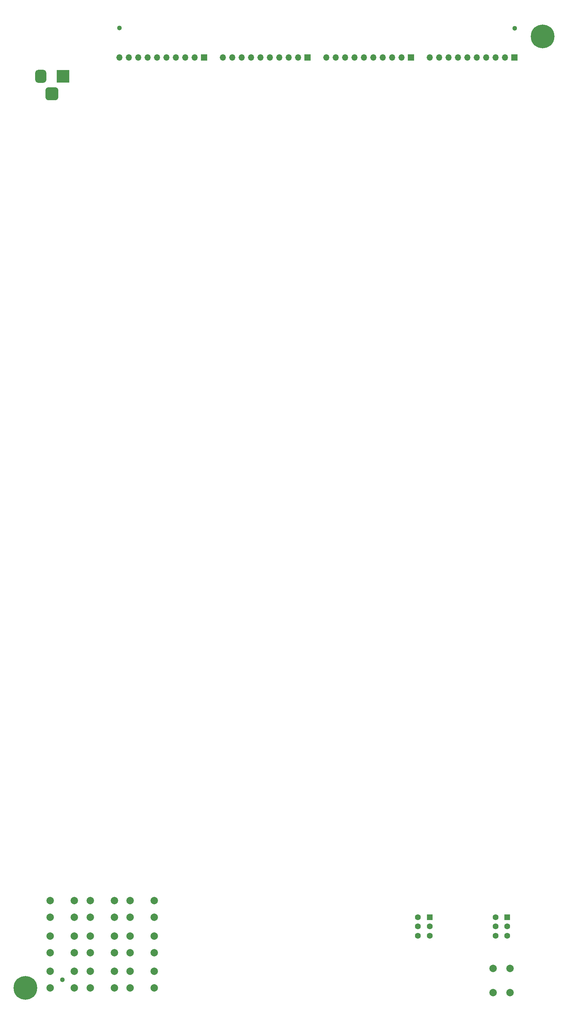
<source format=gbr>
G04 #@! TF.GenerationSoftware,KiCad,Pcbnew,(5.1.10)-1*
G04 #@! TF.CreationDate,2022-02-07T11:06:35+01:00*
G04 #@! TF.ProjectId,FetsAndCrosses,46657473-416e-4644-9372-6f737365732e,v1.0*
G04 #@! TF.SameCoordinates,Original*
G04 #@! TF.FileFunction,Soldermask,Bot*
G04 #@! TF.FilePolarity,Negative*
%FSLAX46Y46*%
G04 Gerber Fmt 4.6, Leading zero omitted, Abs format (unit mm)*
G04 Created by KiCad (PCBNEW (5.1.10)-1) date 2022-02-07 11:06:35*
%MOMM*%
%LPD*%
G01*
G04 APERTURE LIST*
%ADD10C,1.300000*%
%ADD11O,1.700000X1.700000*%
%ADD12R,1.700000X1.700000*%
%ADD13C,1.600000*%
%ADD14R,1.600000X1.600000*%
%ADD15R,3.500000X3.500000*%
%ADD16C,2.000000*%
%ADD17C,0.800000*%
%ADD18C,6.400000*%
G04 APERTURE END LIST*
D10*
G04 #@! TO.C,H5*
X154432000Y889000D03*
G04 #@! TD*
G04 #@! TO.C,H4*
X32258000Y-255651000D03*
G04 #@! TD*
G04 #@! TO.C,H3*
X47625000Y1016000D03*
G04 #@! TD*
D11*
G04 #@! TO.C,J9*
X131445000Y-6985000D03*
X133985000Y-6985000D03*
X136525000Y-6985000D03*
X139065000Y-6985000D03*
X141605000Y-6985000D03*
X144145000Y-6985000D03*
X146685000Y-6985000D03*
X149225000Y-6985000D03*
X151765000Y-6985000D03*
D12*
X154305000Y-6985000D03*
G04 #@! TD*
D11*
G04 #@! TO.C,J5*
X103505000Y-6985000D03*
X106045000Y-6985000D03*
X108585000Y-6985000D03*
X111125000Y-6985000D03*
X113665000Y-6985000D03*
X116205000Y-6985000D03*
X118745000Y-6985000D03*
X121285000Y-6985000D03*
X123825000Y-6985000D03*
D12*
X126365000Y-6985000D03*
G04 #@! TD*
D11*
G04 #@! TO.C,J4*
X75565000Y-6985000D03*
X78105000Y-6985000D03*
X80645000Y-6985000D03*
X83185000Y-6985000D03*
X85725000Y-6985000D03*
X88265000Y-6985000D03*
X90805000Y-6985000D03*
X93345000Y-6985000D03*
X95885000Y-6985000D03*
D12*
X98425000Y-6985000D03*
G04 #@! TD*
D11*
G04 #@! TO.C,J3*
X47625000Y-6985000D03*
X50165000Y-6985000D03*
X52705000Y-6985000D03*
X55245000Y-6985000D03*
X57785000Y-6985000D03*
X60325000Y-6985000D03*
X62865000Y-6985000D03*
X65405000Y-6985000D03*
X67945000Y-6985000D03*
D12*
X70485000Y-6985000D03*
G04 #@! TD*
D13*
G04 #@! TO.C,SW11*
X128245000Y-243760000D03*
X128245000Y-241260000D03*
X128245000Y-238760000D03*
X131445000Y-243760000D03*
X131445000Y-241260000D03*
D14*
X131445000Y-238760000D03*
G04 #@! TD*
D13*
G04 #@! TO.C,SW10*
X149200000Y-243760000D03*
X149200000Y-241260000D03*
X149200000Y-238760000D03*
X152400000Y-243760000D03*
X152400000Y-241260000D03*
D14*
X152400000Y-238760000D03*
G04 #@! TD*
G04 #@! TO.C,J1*
G36*
G01*
X27635000Y-17640000D02*
X27635000Y-15890000D01*
G75*
G02*
X28510000Y-15015000I875000J0D01*
G01*
X30260000Y-15015000D01*
G75*
G02*
X31135000Y-15890000I0J-875000D01*
G01*
X31135000Y-17640000D01*
G75*
G02*
X30260000Y-18515000I-875000J0D01*
G01*
X28510000Y-18515000D01*
G75*
G02*
X27635000Y-17640000I0J875000D01*
G01*
G37*
G36*
G01*
X24885000Y-13065000D02*
X24885000Y-11065000D01*
G75*
G02*
X25635000Y-10315000I750000J0D01*
G01*
X27135000Y-10315000D01*
G75*
G02*
X27885000Y-11065000I0J-750000D01*
G01*
X27885000Y-13065000D01*
G75*
G02*
X27135000Y-13815000I-750000J0D01*
G01*
X25635000Y-13815000D01*
G75*
G02*
X24885000Y-13065000I0J750000D01*
G01*
G37*
D15*
X32385000Y-12065000D03*
G04 #@! TD*
D16*
G04 #@! TO.C,SW12*
X148590000Y-252580000D03*
X153090000Y-252580000D03*
X148590000Y-259080000D03*
X153090000Y-259080000D03*
G04 #@! TD*
G04 #@! TO.C,SW9*
X35456000Y-234315000D03*
X35456000Y-238815000D03*
X28956000Y-234315000D03*
X28956000Y-238815000D03*
G04 #@! TD*
G04 #@! TO.C,SW8*
X35456000Y-243840000D03*
X35456000Y-248340000D03*
X28956000Y-243840000D03*
X28956000Y-248340000D03*
G04 #@! TD*
G04 #@! TO.C,SW7*
X35456000Y-253365000D03*
X35456000Y-257865000D03*
X28956000Y-253365000D03*
X28956000Y-257865000D03*
G04 #@! TD*
G04 #@! TO.C,SW6*
X46251000Y-234315000D03*
X46251000Y-238815000D03*
X39751000Y-234315000D03*
X39751000Y-238815000D03*
G04 #@! TD*
G04 #@! TO.C,SW5*
X46251000Y-243840000D03*
X46251000Y-248340000D03*
X39751000Y-243840000D03*
X39751000Y-248340000D03*
G04 #@! TD*
G04 #@! TO.C,SW4*
X46251000Y-253365000D03*
X46251000Y-257865000D03*
X39751000Y-253365000D03*
X39751000Y-257865000D03*
G04 #@! TD*
G04 #@! TO.C,SW3*
X57046000Y-234315000D03*
X57046000Y-238815000D03*
X50546000Y-234315000D03*
X50546000Y-238815000D03*
G04 #@! TD*
G04 #@! TO.C,SW2*
X57046000Y-243840000D03*
X57046000Y-248340000D03*
X50546000Y-243840000D03*
X50546000Y-248340000D03*
G04 #@! TD*
G04 #@! TO.C,SW1*
X57046000Y-253365000D03*
X57046000Y-257865000D03*
X50546000Y-253365000D03*
X50546000Y-257865000D03*
G04 #@! TD*
D17*
G04 #@! TO.C,H2*
X163622056Y427056D03*
X161925000Y1130000D03*
X160227944Y427056D03*
X159525000Y-1270000D03*
X160227944Y-2967056D03*
X161925000Y-3670000D03*
X163622056Y-2967056D03*
X164325000Y-1270000D03*
D18*
X161925000Y-1270000D03*
G04 #@! TD*
D17*
G04 #@! TO.C,H1*
X23922056Y-256112944D03*
X22225000Y-255410000D03*
X20527944Y-256112944D03*
X19825000Y-257810000D03*
X20527944Y-259507056D03*
X22225000Y-260210000D03*
X23922056Y-259507056D03*
X24625000Y-257810000D03*
D18*
X22225000Y-257810000D03*
G04 #@! TD*
M02*

</source>
